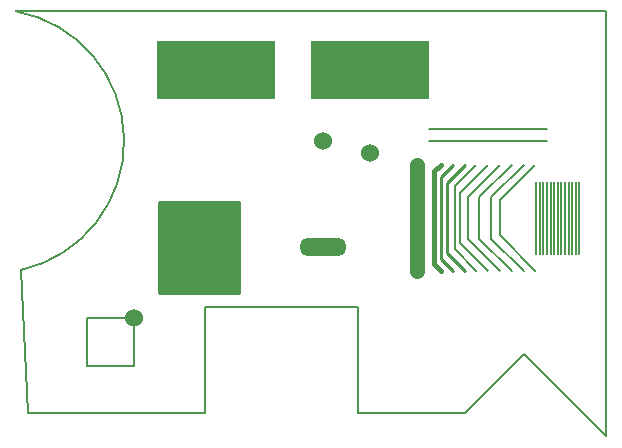
<source format=gtl>
G04 #@! TF.FileFunction,Copper,L1,Top,Signal*
%FSLAX46Y46*%
G04 Gerber Fmt 4.6, Leading zero omitted, Abs format (unit mm)*
G04 Created by KiCad (PCBNEW 4.0.4+e1-6308~48~ubuntu16.04.1-stable) date Thu Sep 15 10:42:46 2016*
%MOMM*%
%LPD*%
G01*
G04 APERTURE LIST*
%ADD10C,0.100000*%
%ADD11C,0.150000*%
%ADD12R,10.000000X5.000000*%
%ADD13C,1.524000*%
%ADD14O,4.000000X1.524000*%
%ADD15C,0.152400*%
%ADD16C,0.139700*%
%ADD17C,0.165100*%
%ADD18C,0.177800*%
%ADD19C,0.190500*%
%ADD20C,0.203200*%
%ADD21C,0.228600*%
%ADD22C,0.250000*%
%ADD23C,0.381000*%
%ADD24C,1.270000*%
%ADD25C,0.254000*%
G04 APERTURE END LIST*
D10*
D11*
X100000000Y-82000000D02*
X100000000Y-78000000D01*
X104000000Y-82000000D02*
X100000000Y-82000000D01*
X104000000Y-78000000D02*
X104000000Y-82000000D01*
X100000000Y-78000000D02*
X104000000Y-78000000D01*
X94421170Y-73915033D02*
G75*
G03X94000000Y-52000000I-2421170J10915033D01*
G01*
X95000000Y-86000000D02*
X94421170Y-73915032D01*
X103000000Y-86000000D02*
X95000000Y-86000000D01*
X110000000Y-86000000D02*
X103000000Y-86000000D01*
X110000000Y-77000000D02*
X110000000Y-86000000D01*
X123000000Y-77000000D02*
X110000000Y-77000000D01*
X123000000Y-86000000D02*
X123000000Y-77000000D01*
X132000000Y-86000000D02*
X123000000Y-86000000D01*
X137000000Y-81000000D02*
X132000000Y-86000000D01*
X144000000Y-88000000D02*
X137000000Y-81000000D01*
X144000000Y-52000000D02*
X144000000Y-88000000D01*
X94000000Y-52000000D02*
X144000000Y-52000000D01*
D12*
X111000000Y-57000000D03*
X124000000Y-57000000D03*
D13*
X124000000Y-64000000D03*
X120000000Y-63000000D03*
X104000000Y-78000000D03*
D14*
X120000000Y-72000000D03*
D15*
X141732000Y-72542400D02*
X141732000Y-66446400D01*
X141427200Y-66446400D02*
X141427200Y-72542400D01*
X141122400Y-72542400D02*
X141122400Y-66446400D01*
X140817600Y-66446400D02*
X140817600Y-72542400D01*
X140512800Y-72542400D02*
X140512800Y-66446400D01*
X140208000Y-66446400D02*
X140208000Y-72542400D01*
X139903200Y-72542400D02*
X139903200Y-66446400D01*
X139598400Y-66446400D02*
X139598400Y-72542400D01*
X139293600Y-72542400D02*
X139293600Y-66446400D01*
X138988800Y-66446400D02*
X138988800Y-72542400D01*
X138684000Y-72542400D02*
X138684000Y-66446400D01*
X138379200Y-66446400D02*
X138379200Y-72542400D01*
X138074400Y-72542400D02*
X138074400Y-66446400D01*
D16*
X138000000Y-65000000D02*
X134977150Y-68022850D01*
X134977150Y-68022850D02*
X134977150Y-70977150D01*
X134977150Y-70977150D02*
X138000000Y-74000000D01*
D15*
X137000000Y-65000000D02*
X134271525Y-67728475D01*
X134271525Y-67728475D02*
X134271525Y-71271525D01*
X134271525Y-71271525D02*
X137000000Y-74000000D01*
D17*
X136000000Y-65000000D02*
X133266010Y-67733990D01*
X133266010Y-67733990D02*
X133266010Y-71266010D01*
X133266010Y-71266010D02*
X136000000Y-74000000D01*
D18*
X135000000Y-65000000D02*
X132295776Y-67704224D01*
X132295776Y-67704224D02*
X132295776Y-71295776D01*
X132295776Y-71295776D02*
X135000000Y-74000000D01*
D19*
X134000000Y-65000000D02*
X131625432Y-67374568D01*
X131625432Y-67374568D02*
X131625432Y-71625432D01*
X131625432Y-71625432D02*
X134000000Y-74000000D01*
D20*
X133000000Y-65000000D02*
X131166776Y-66833224D01*
X131166776Y-66833224D02*
X131166776Y-72166776D01*
X131166776Y-72166776D02*
X133000000Y-74000000D01*
D21*
X132000000Y-65000000D02*
X130478792Y-66521208D01*
X130478792Y-66521208D02*
X130478792Y-72478792D01*
X130478792Y-72478792D02*
X132000000Y-74000000D01*
D22*
X131000000Y-65000000D02*
X130002495Y-65997505D01*
X130002495Y-65997505D02*
X130002495Y-73002495D01*
X130002495Y-73002495D02*
X131000000Y-74000000D01*
D23*
X130000000Y-65000000D02*
X129437995Y-65562005D01*
X129437995Y-65562005D02*
X129437995Y-73437995D01*
X129437995Y-73437995D02*
X130000000Y-74000000D01*
D15*
X129000000Y-63000000D02*
X139000000Y-63000000D01*
D18*
X129000000Y-62000000D02*
X139000000Y-62000000D01*
D24*
X128000000Y-65000000D02*
X128000000Y-74000000D01*
D25*
G36*
X112873000Y-75873000D02*
X106127000Y-75873000D01*
X106127000Y-68127000D01*
X112873000Y-68127000D01*
X112873000Y-75873000D01*
X112873000Y-75873000D01*
G37*
X112873000Y-75873000D02*
X106127000Y-75873000D01*
X106127000Y-68127000D01*
X112873000Y-68127000D01*
X112873000Y-75873000D01*
M02*

</source>
